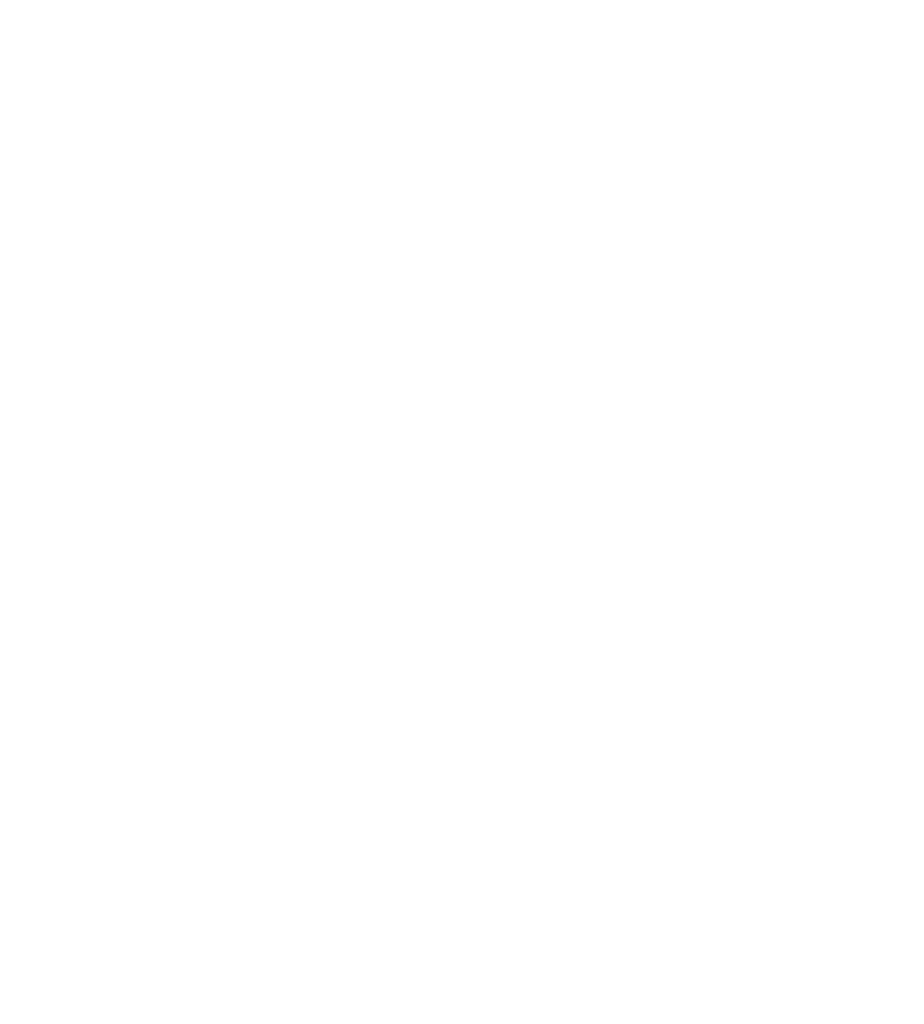
<source format=kicad_pcb>
(kicad_pcb
	(version 20240108)
	(generator "pcbnew")
	(generator_version "8.0")
	(general
		(thickness 1.6)
		(legacy_teardrops no)
	)
	(paper "A4")
	(title_block
		(title "Place Titel In Page Setup")
		(date "2024-09-26")
		(rev "0.0.1")
		(company "Ingenieurbüro für Elektrotechnik")
		(comment 1 "Dipl.-Ing. Jürgen Eggeling")
		(comment 2 "Author: Jürgen Eggeling")
	)
	(layers
		(0 "F.Cu" signal)
		(31 "B.Cu" signal)
		(32 "B.Adhes" user "B.Adhesive")
		(33 "F.Adhes" user "F.Adhesive")
		(34 "B.Paste" user)
		(35 "F.Paste" user)
		(36 "B.SilkS" user "B.Silkscreen")
		(37 "F.SilkS" user "F.Silkscreen")
		(38 "B.Mask" user)
		(39 "F.Mask" user)
		(40 "Dwgs.User" user "User.Drawings")
		(41 "Cmts.User" user "User.Comments")
		(42 "Eco1.User" user "User.Eco1")
		(43 "Eco2.User" user "User.Eco2")
		(44 "Edge.Cuts" user)
		(45 "Margin" user)
		(46 "B.CrtYd" user "B.Courtyard")
		(47 "F.CrtYd" user "F.Courtyard")
		(48 "B.Fab" user)
		(49 "F.Fab" user)
		(50 "User.1" user)
		(51 "User.2" user)
		(52 "User.3" user)
		(53 "User.4" user)
		(54 "User.5" user)
		(55 "User.6" user)
		(56 "User.7" user)
		(57 "User.8" user)
		(58 "User.9" user)
	)
	(setup
		(stackup
			(layer "F.SilkS"
				(type "Top Silk Screen")
			)
			(layer "F.Paste"
				(type "Top Solder Paste")
			)
			(layer "F.Mask"
				(type "Top Solder Mask")
				(thickness 0.01)
			)
			(layer "F.Cu"
				(type "copper")
				(thickness 0.035)
			)
			(layer "dielectric 1"
				(type "core")
				(thickness 1.51)
				(material "FR4")
				(epsilon_r 4.5)
				(loss_tangent 0.02)
			)
			(layer "B.Cu"
				(type "copper")
				(thickness 0.035)
			)
			(layer "B.Mask"
				(type "Bottom Solder Mask")
				(thickness 0.01)
			)
			(layer "B.Paste"
				(type "Bottom Solder Paste")
			)
			(layer "B.SilkS"
				(type "Bottom Silk Screen")
			)
			(copper_finish "HAL lead-free")
			(dielectric_constraints no)
		)
		(pad_to_mask_clearance 0)
		(allow_soldermask_bridges_in_footprints no)
		(pcbplotparams
			(layerselection 0x00010fc_ffffffff)
			(plot_on_all_layers_selection 0x0000000_00000000)
			(disableapertmacros no)
			(usegerberextensions no)
			(usegerberattributes yes)
			(usegerberadvancedattributes yes)
			(creategerberjobfile yes)
			(dashed_line_dash_ratio 12.000000)
			(dashed_line_gap_ratio 3.000000)
			(svgprecision 4)
			(plotframeref no)
			(viasonmask no)
			(mode 1)
			(useauxorigin no)
			(hpglpennumber 1)
			(hpglpenspeed 20)
			(hpglpendiameter 15.000000)
			(pdf_front_fp_property_popups yes)
			(pdf_back_fp_property_popups yes)
			(dxfpolygonmode yes)
			(dxfimperialunits yes)
			(dxfusepcbnewfont yes)
			(psnegative no)
			(psa4output no)
			(plotreference yes)
			(plotvalue yes)
			(plotfptext yes)
			(plotinvisibletext no)
			(sketchpadsonfab no)
			(subtractmaskfromsilk no)
			(outputformat 1)
			(mirror no)
			(drillshape 1)
			(scaleselection 1)
			(outputdirectory "")
		)
	)
	(net 0 "")
	(image
		(at 277.876 173.736)
		(layer "F.Cu")
		(data "/9j/4AAQSkZJRgABAQEBLAEsAAD/2wBDAAEBAQEBAQEBAQEBAQEBAQEBAQEBAQEBAQEBAQEBAQEB"
			"AQEBAQEBAQEBAQEBAQEBAQEBAQEBAQEBAQEBAQEBAQH/2wBDAQEBAQEBAQEBAQEBAQEBAQEBAQEB"
			"AQEBAQEBAQEBAQEBAQEBAQEBAQEBAQEBAQEBAQEBAQEBAQEBAQEBAQEBAQH/wAARCACaAIsDASIA"
			"AhEBAxEB/8QAHgAAAgMBAQEAAwAAAAAAAAAAAAsICQoHBgUCAwT/xABZEAABAwQBAQIHCggGDQ0B"
			"AAAFAwQGAQIHCAAJEhMKERQVN3i3FyE4OVZ2d5a11BYZGiJXdbO2GCNVl9XXJCU0NUFCU1hzlJXT"
			"1jEyM0VRVFlxeZGYsrTS/8QAGgEBAAMBAQEAAAAAAAAAAAAAAAcICQoGBf/EAEURAAAFAwIDAQgN"
			"DQEBAAAAAAECAwQFAAYHCBEJEiETIjE2UWF2lrUUFxk0NUFXc3Wxs7TwFRYYU1VWlJXS09TV1jLR"
			"/9oADAMBAAIRAxEAPwDOX08+nLn/AKpOVdw2kS2zjGv8d1mDl8qT+YZglM8QjDSILyOSpkSF74HV"
			"2kLZR9iEelCz4lVsyaj0rlqq0tSUrby7fHTgdpnBITMsfdVrV/dIhLZavGX0M1gzRIpdJ4gzRDvC"
			"tsnkbRR9SjUCsu1sFJuae/Ug7bpf43LuvBjicHCEeusZydGH82xsI04npPIUMFF14+Ul0HYL5bdy"
			"yMDTza+xyEfngKT8UzLt77Fxrh2m8SvtURtrTPJv7mXpuZaTxRTp96bZP1LUAXziuWr8j52keaqT"
			"6wpbEKQW0PafevKRusXuHTCpCrTu/PH4QsqL9vzWj2VKlnox0hd+918Jktrimbsf6k6ciHJFqvtF"
			"tnnMri/GplcKSvDmUIjZZUuaO0HFUnIq4y7YBYe4NMCYBvKVDwt+Mb843t0sG6e41iWTMZ9WbVLd"
			"BGUztSDKQLXLNUvO5Rj9qIYqXcTCQRFWi6QuFN1BrcRU29LtqvSxoUgHbFEKkHLC7vrsRqfZP6HX"
			"QpyFrOEKSbTvGuvLdtnB1jds7fQuF5utxtiCJtCeS2AbvmIwuPmY3OMYWkRpKlBc0JSsO+Ity8nS"
			"QKVr16dWsdPBzLepH+D8n/hSV2w9ySsi/C8t+C34GfhXcJ8k/A7t+aPLfIqUs8v7Hf8Ab/jPH2uK"
			"VHPpx9LzqFdTVhPpxhqbMMa4FxMqu3ypspnrLZ7HuFoS8aCbZA+FOTiKZw0YLjwN6Jcs3AgSLGNM"
			"Hwh7LyUcYGxLx50fb/p0R7WPBM2zTAutPo5tGXgpCLC3WGMKZ/lZjLcpeSM4LBuroDHm9SSMoHR6"
			"r90cMGavBwhtHBD58q9Sf3tBTi3UcIn2UfA3YwA1caFz5bG+20vKbigcfIunRysFG5MyFK3TiYjA"
			"6lX5AWGEn8Aysyo6bOmw6JhmZp+kiIBrEGVZ3Tj6dWseyXSC6sG4mU4/JyOb9ShgR1hkuKl5YMDF"
			"LPo0oTcVNR5nfaPP0ud20uttf23Uts/Mp+bxSvJdNvpP526iGtWetrVd7cX6u4g12mrCHZBk+fJr"
			"PxAQdQgEEGETrs+OquGFiaXmmQ2qhJ23vufKWWW0rRRPtRU361pppYSxiwx51J8DbspZCYyt4VIa"
			"t5dkMwZ47UjTgAizZzS9R9TyBzJrTbhcFZT+6EghWtf+hpzRh0FZRgqFdADrBSnZjF8gzTgkNliK"
			"uskYtisvfQGQTIHdGcaIJDBcwGqoPgLiwmqwe1dtlbL7kmqjeteytdSuWHerJek+VMtx2Q6Ha1Tv"
			"VjELPHIgNI8fZCywazEaMZIbyaXvjEyayY66du2IshGCMPCIgk1LWzV3HnpCyyipRa65SpJdRnRT"
			"ZDpwIasL5E2GtyDbtXr/AB7YOL2wuQTxrWMAJFY0vbgT/ny5nRYw3o7sosqO79lWtl3YVr73j+t0"
			"7en9sr1GMe7n5Ex7sWjAB+leFb82zJhMz8+dPJgFsCT05UNGbglXiCBSqEBfo0UK3tmnevmle97F"
			"q1bLU/Cmf73dHP8A9NDGP7ALz2fgu/wYuvX6ga/s+2Q4pVV3SI6Y+0fWAyJmHHOI9lx2KSWHYUCm"
			"xZ/kY9kN4yLsz5xUE3ZDrYzaRXTcoLpVWWvcp2JdzWlLK3X/AJvPx0l6XG6W43UEyn04nmY3OCs5"
			"YcGZOeTdzkaQTx6CZvMWnw8fLsGlY95Y9epFlTTYiAKoIXDSYi5Ei3XvbO2yilgXg0skl0Kwz1x5"
			"zj+TkYVPYH0y8hTyETARROpWLzCEiJxKoyfG99SqVr8SaEMXzS9S2+yxdBO+5NS22tl2p/pODsc9"
			"SDZzVrrpYkagAWSphq5k/UTqCwMTczZVDbHQpHHC0XmqI+i969yEkjopRJClVXLqyAEMR0VSTeNp"
			"BekpS3DXbDu3+2mf4vrHrnXJWUswzI4RCx+NhpeRZpK2h7HTkuaKly5hgHj0cDj2TooYPHH7AWLH"
			"oKLvHSVKUpdefLOgxNMOmaYz2U633Tf1/wBgk0m15bDMz2jlqb6IrOmdXKQ2dHyDEHbEytiirNNR"
			"B8GUaLN1XD8c/IM0G6j3v/gf5yKsOqFtQDcPgQ3J0s1Ny4LxE4N2JXXuD7LK2NjBhiK7y6iir60O"
			"PvMvGrOnlawAKaWpda1bO6XVb9K/RKm1nWxxvpP1EYhk60tOJrsdTYWNyI6ei2TXU8iWEMv5RvIF"
			"5JRSplQiQm8bGnXhixw5TkbNwo6TdvGRS1yqpUVtHJPNwPUs0/iFmWyk3Fht5tfo3bJI/LJQ9icv"
			"Hjs+RIXQ2DuL0HPncdPt0aPxtSYtg7XGu0avR7Va9Vumz86xmaJHh7ZXotqk50Vx1gqUdRQcHyyf"
			"QNPo1HX0hXxbLxuKIzMTTJ0zSvAGjRg4osFMK3ACN4+jwulVARaqitgjWJYZgHr2gME44aPWGPMK"
			"9XoViWBsST9cqRZwzHG5iEOi7R+UdVq6JPW4MMxRdP3NarvF7FHC1aqKXV43r241HwHvHgWca27K"
			"QRjP8XTtnYm9YL3VaFwJhp21AsuiBtG2r2Ny+Ou7/LApxhdasgpVZq5sdjHj9g7UqM24XST6em7m"
			"RkM47XYdOTedAIQPhdknZbB7GYoGMIXHSB480bOgmKsvwKJ+Ji8kJt24NPBF5RVFxak9Iqs2TJJt"
			"jn1qkPUZDY6kIfp8p5ClekwjPm1orWORDJ5NC44riIdtHmJnFXDAuRGysiXZ2tEKotypCRmH5JJO"
			"x69eqOl1aW3pPPBvJBLB3uTZV6w/VGydqXak2DK63nc2KpDTsHZ3pdzAZhJaqPBkijFW6Ng+9jSD"
			"DUW4+xFEWkMWatHKGh7B2EcWa24hx3gbCUPHQHE+KYqLhkEiIu92u1DARKPdIJqPSDh4TKEHSlVX"
			"xc0XevjJsq6ely756TeunSylJjNT+pxuL0zs05/l2n2RA2PTuUyr+NTV0ZgMHnqZMOAlZgmLbItZ"
			"uCOth9yDx64UvXYpN1l7b6JrX3p22209Hvd1ouoP1JcZRTEG3GWY3P4HCp21yTHhQXFOM4G4aS5n"
			"Hz8YbkFSkKi4Mk7RsDScy2qwdOVWV97ixxchVdugonW/kf0hzz55yj7cfc8ZxSrJdIOrv1EOnWNL"
			"RvU7ZKUQOCHXa5AtjE8Ii2R8ZOCTqiVHhZjBsig5OAjxt/RBtaSPRhoENk0WrZsQIOmqNiFOrbs9"
			"c7qL7+4YS11z9k6C0wdadEShzjbHuGsYQIQ/kYF26fCC7gqGjNJUiozcvXK1WI6QMRLxVXviA52v"
			"YmrZUJw4pU19K+ovun08JgYm2nufJbh0hJUmiEtCMkAkmg0xSYWubGFZbj2ZipDCJC6GpPn6QgoS"
			"Arlwlr99cFfj1HSyl87dkPCJ+qbtJgqd645Hy9jobirKoh2CyoIg2BsPxMhkMa/o1q/TOGmkRWIj"
			"3L1Zmi4ckIovHCCl9LkPKqMrqteUd8OKVaLoZ1kd/umpBJxjfULLEex9EciyxvNpYOM4uxvPVSEi"
			"ah2oJB4k9m0ZOvGSVo1k3Rq0ZrItbr7KrXJVVuuvr8Dfrq17y9TQZjERuFk6P5CYYffSslA0gmNM"
			"ewC4U7mrcA1kKjhWDxwCoUtdoxkPakmSuc2NKt77mtqVzheqlbPDilaBoJ4T/wBZTG8GheOYlsVC"
			"WMTx/E47CIswca+4MIrMI5FQ7MEEZqvn8CcPXijYawbIqOna6zlzfZVZwqorfffWvvBXU+3J1vIb"
			"ek8SZGCx95vUHkwHZRR3j+DHLZmMly80cHUBiZkC9TiFzpXIMpuTWitolVrR8la3vStZM6I1+8OK"
			"VMbU3fXZvSQXnkNrpNhkPH7LYrJ4Xy+iRh0Tll0hx6YbkWr8QzVk4gqoBcKoFXttpQLcxJJVVtuT"
			"dW3Jp1t6xoL1Zd7OmWlklpp5mFDHgvLSkcczkIahMJn4Uk/ilpVIIUaC5yBPNA5RBuaINHL8Smyc"
			"Eml7ZuRvdJjx9rWuHhxSvfQXKmSMXZGA5dxnOJRjzJ8VkFsqi87hJp/GJRHZBYsovYVCGQy7N8Nd"
			"W3qq29poslS5FVVvfS5BS9O69+PeFL9ZsEHaMnewePZVIRgvzQIyFKtdsGEZ6LadyohS5Ey1grBo"
			"8c1RU7DhyXGElSF1tVyVXjhd0s4zxcOKVYPp3k6c5s6q+rOZsnnbpRkrLnUHwhk7IclvHihN8inM"
			"92OjEqlp28WCYjAg24ufLECFw8ONHimdXFW49i0aJot03He4eCM/Z/gMbi+vO4U60vlYiXoHzOQo"
			"DjTGmUCkmjyQUwOVhrwNlAYUDMGC5IgON3FGCKZOxwFbtLFaNXTqy5MP05/jCNEfXK1g9tsH43i6"
			"uemm2u9msbHAepW3TvTw0am7Z5lGaDmRxQhN8YUjcjHEsdJFYs+FSUK0MHCAMgWUFFmNhUWLdgif"
			"lYsk7ZrqVnX21z9vJi3LS+o2lnWW3C6i+9V6qrNxgHAGqem9Ibi1RJxYzdFths5rwclA8RhhTmt7"
			"Ywg6UMHAxCjVlJhkabEmpTlrGvOmXXhswxA7tguqJCGeYlxjp5OB4HDUBkwwW/fFiD1gISPtIFFG"
			"RRwIDLjRhB0xBNmFxFo7tYuSjS1Eq9jnqH0hOr/odi5rh7VDdvp+YghadUFytAejzl5JZcTQTuSt"
			"OzqZl5QQlk2O1svvTtKycwTdNm91GTO9sxSRap2UQnBHWgHxgYznW+mr8ilSPlvnQwI1cqIHvO8I"
			"O1WPk4+phTyfycdezaq/n171dBVf3u98VFKTdZH9Ic8+eco+3H3PGc9nkf0hzz55yj7cfcYt66+D"
			"T9KzI+vuCshyjHGVHMmnmHMYzOROGuZpkzbLnZRCQZwus3aIuKItUFSD5xei2SpRNBO61KylLbac"
			"q1qe1eYr0lRtoyuUGd3vG16PpaPiAtKIj5ZUi8M3ZOXYvSSEzDlRTMm/QBEyR1xOYFAMUgFATfbh"
			"YB9PHXTZGblM2KmdTt1DpgIKGMUvKJE1Nx3KO+4B0729LceHGeP5Lp0j/wBGWW/575t944fkunSP"
			"/Rllv+e+bfeOU+92Y0lfsXM3odbn/b16D2vJ79ZHfxC3+N+Nh8m6w7hxnj+S6dI/9GWW/wCe+bfe"
			"OH5Lp0j/ANGWW/575t94492Y0lfsXM3odbn/AG9Pa8nv1kd/ELf4342HybrDuHGeP5Lp0j/0ZZb/"
			"AJ75t944vo6gmtQzWDbDY7G0S8mQxtENjs84/wAbDripEwZGwqB5JPAY0zOPyDNuo7INwKAxB088"
			"odqO3SThZVS666l99ndMeubDOrKdue3sYML5Zv7SiWc1KGu2Di4pudo+eCxRK0UYT8wdVYFgETkU"
			"SRKUndAcw9zXxZq2pGCSQVembGK4UMmQEFTqCBilAw8wGSTAA2HYBAR6/Ft1qEvDhw5cmvPUcOHD"
			"ilHDhw4pUyunP8YRoj65WsHttg/HMm7F3UHtx3F69OZLTlXLNZo3pNLd1L81J48pjvzGb8qrGK4O"
			"pWSVmf4S/g5RChX+0nmOpqqn9n0Y8TN9Of4wjRH1ytYPbbB+OLOojvAa0jxrix9jvBch2Yz3sPm+"
			"J66a9YOj8rCQFKa5OlwWTyZJSUT+RN3oeDw0FG4efLnpK9HvkGVrdqm5TaMnDssNUqAnfeFK/wDc"
			"+gZ/rHUK/wD4536EqdfKsYGVyM36Q9Jl/ZvnmkKW3JrGaf2wd+b/ADbU5b50/vV5D5Z5V/1h5X3H"
			"9j9zyF1/Xd2QikvJ6bT7pU7Bleqc3SqXBavYnm0OmmEZFjR+mgnHc/P9nVPI41DMPkSijgAWJkgB"
			"VxF5K0ujxlwk8ucqsJTQOJ9eaaRQVLMkZV0QwzMT/lxMniqKRSdTYPAmzkk8uCxr8LSIsmtISw4D"
			"5sSkZRu/dCnUi863hFahvIKUUpPJkf0hzz55yj7cfccn6dfBF1Y9XHB/syjHE2GR/SHPPnnKPtx9"
			"xyfp18EXVj1ccH+zKMcwn44vgXp786L+9U21Um4198yvzDX7RapHcOHK/Oodv9GOnvjeDZGlGOj2"
			"R2k4m98JbDABseDcMHFoEmd8vXXItHaayNUxl7fuU7Lb+2rbf2uzbWlcBrBsK7soXhBWDYcMrcN3"
			"XK6Oyg4ZBwyaKv3SbZd2dIjmRcs2SQlbNl1eZw5RIIJiUDCYSlGU3TpuybqunSgIt0SgZVQQMYCF"
			"EwFARAhTGHujAHQB7/iqwPhzNVg3wkrB+xWUY7h3HuGiDKYSm01eLXK5LjhNknSPgicjIUXYiRlp"
			"Batw4Q7sT7itO6VusVV/iU1KcsD/ABh8n/RqB/28Q+480qxnwUOJDlmBdXJaeB2RY1nLOIVYJrKG"
			"K4V37NbNGD1QSNH15EWO37CRb8i5S9mdQFUwHmSMFVKzJrr0zYEuhlZ2Tb6fQ0/IQTW5GrVnaN2z"
			"SR4l6/ko1uuZ3EQzxsmod3EP0xbnVKuQqRVDpgRVIT2pcU59aj4a2ynrcbUe1kzxh1+MPk/6NQP+"
			"3iH3HmX7b/pOwzbrMOQ8vG8wyeGPsg5TyZlFyFFRcUVajXmSpQ7k7sSg7dkmyy7YWs7uaN3KiVir"
			"hOyiiqad1a202J4XfCY1zaZ79ylOZhxZC25G3NaMNEwy7TJGO58zl80mTPHCR0YK5ZBVuUjcwHBR"
			"ciaZh3KQxjdKrhevFA0ZTLVinH5Ll1jorqHUA2Pr9S5SmTAoDurbxAHruAgAiPTvd6sYXDmo78nz"
			"xn/nITr6iAP6b4fk+eM/85CdfUQB/TfNov0XM0/uyz9IYD/Y/jYfJvHXukGkb5Q5X0Fvb/Q/jYfJ"
			"vlx4c0vZC6CsCiEBnEsF7AzQsTi8Pk0iHC3EMANG5J+ECvSTQeu6oauq2ReOGybdVxS2tUbFLlPF"
			"Xs+LmcSVRM5DC14SQtbGZKxBBzcim5buraIuKVuSu75qqqlWt1La+O2l/at/xqU5G99Y1vDG7iPb"
			"XdHJRy0oiuuyKk/YvwVSbHTTWMYzFw4KmJTqkACqCUTbiJQEAEan/DGoPFef2M7I4unnU60tt0yZ"
			"S6jmEmYUW7iQRXXakISYYsjrgdNuqInQKoUglADiUTF385w4cOeDqaqmV05/jCNEfXK1g9tsH43z"
			"6neguWN74nrongzbBzpvlrWvYJhn+DZdZ4YC5ydImGWOsgY881oxCRTaEhEb1Wk+cvPORFY0hZRn"
			"Vr5nvvdWPWagzpz/ABhGiPrlawe22D8b5dRLaif6zZP6bo2LzYBB4Nn3eIVhnNj6SM43eOIYzdYK"
			"zXNVhtxqRt1LIxfdJ4dG3VDQ10OIW2trmVryjZ44RWUqq9LogdWVHPL7Z1LwgaS2Z1JYiF4He5Ap"
			"04sK1er4mCzIxkEXDrhFc21jljVpMD5c1aRTD2G1FXlzVYmowSQapTngmhPVRjkUFBpf1qpHPJEz"
			"8u84ytXRvDkfUK+UEnjpp2hDHIjpq08hYrthtO6Xv8otZ0dX9lRa+y328A6l4KT9TLYfUUzkDXdj"
			"gbFmr+EsxQrILeWM20nOz/IUvmQKVx0jKnU7XhpIUIGABbpiJExseaYLOl1yRN63Xboo5ipr1tup"
			"A3ytn0RFtnmTiGxbZrZ+DwS5hiXX4mxSx9A9hMlwyANGRX3MXSphoxhoIGybmXTx+/MIt7CRAiQf"
			"OnD1dSsDuR/SHPPnnKPtx9xyfp18EXVj1ccH+zKMcTYZH9Ic8+eco+3H3HJ+nXwRdWPVxwf7Moxz"
			"Cfji+Benvzov71TbVSbjX3zK/MNftFqkdzN74Sz8F/AH09Lez2V80hc4XnnWfBOz0fDRXPeNgWTI"
			"9HjNZAFFnlCSbceZqycjqv0ajH7BWq1WLty38Sil6fYVur2O14rqYraWstQeCtQGMstXJHSstB2T"
			"NuZORjoMjM8q6RWh5KOKmyI/dsWZlQVepnMC7tEvZlOIGE3KU0jTbBWTinrBE6aarlMpCHV5gTKI"
			"KEPubkKY22xRDoUeohSp3pA/GLYO/wBHlz2O5C5tu5O0z0aND8XMXE71f1Pxrj7OIe5OkPlwwlJG"
			"z4ZYUWsFSWiKxmRPR1nl8WfGx6vlDZStyTtS1HsLXJ32+K/gRZ+/kMD9Zhf+853FcOviwaJ73wjc"
			"kte+ZrFwLLIZQnI9Czs1XzZFpXVIR6NrWW4SuNjG/nC77aAeOHTuNaPe0L2r+IlEeQPY+5uc7ie6"
			"ZM83vn+1pbH2Kr7yDCoYjt+PczVm2tNzkW2k0bvvtwvGLu2bI6Sb5Bq6ZulW5hA5EHjZQQ5VSiMR"
			"+HPobZDHelMKjmQM9W2BI3KpTZDg7gFfbJXKpxQSTNWorNBneLIIVYCXt9XClKJ0UssS8faUtpyA"
			"v4xnV75SSb6nmf8Adc1isjU9p0yVAIXVj7N2L70tpy4ctW87bV5wUxFLOWSooO0EnzJ4s3Oq2WAU"
			"liFOJkzgJTAAgNZpudJWp5mqKDvAOW2ywAUwpLWLcKagAYAEoiUzEBADAO4CIdQ696p1cOc4xVlW"
			"HZmiDacwV28ex929fMEV3zBwNcVcjlu4dW3NXNtqtttqnvW31p4r6e/b73Oj8mpg/ZSjJrIxzpB8"
			"wfIJOmbxqqRZs5brFA6S6CyYmIokoQQMQ5REpgEBAagyahZe3JeSgZ+New83DvHEdKxUk3VaP45+"
			"1UMk5ZvGqxSLN3KCpTJqoqFKdM5RKYAEBCudZg9EuUfo6m37tE+YHNl/Sg6/Uof9krzfHmD0S5R+"
			"jqbfu0T5gc2X9KDr9Sh/2SvKC61Phyw/oqa+9sa274RPgbmnzmtH1VMVH/hw4cpJWwVTK6c/xhGi"
			"Prlawe22D8dAbcabambtQuKYy29xLD8xwsHMkJbEYzMSBZg1bzVAIZDIERvmYwFduiVgIwba2t++"
			"Xsq2cuVKt63J2qJpf+nP8YRoj65WsHttg/GtvWmXyzDn3Tbzxi3W7Pm0aGuO+obLM/xxrjBHGQcj"
			"WwtHX/O0SVKtQ9jhkzQapm5QGZ3vShEextWeIIVc0XXQSUUr0f5PF0XP/D/w/wD7UyN/xvz9ka6d"
			"/RDx4KthEcxjqrHBkYIGxF4CzLvd3hSrU2QtkAx0g7yIo7akGR+pNuTZOq2uWJFN00XSRVRvSsqe"
			"gXUm2yjHUm2C29LdH/rEv8K5U1lwthyIY1R10uWOR6cY8lswOyaTPATmbpxNkwNDz41o1fiyjku6"
			"UZqpkGiCCSF6lMVdKd8MryrLmW7NFdtIS0y/sLspl4TEprhaXDZaAA5Uz/knIEfHSJi2YvWrYugE"
			"kY/y2xm9eM6rVuvZvHTa5JdRSsaWR/SHPPnnKPtx9xyfp18EXVj1ccH+zKMcTYZH9Ic8+eco+3H3"
			"HJ+nXwRdWPVxwf7MoxzCfji+Benvzov71TbVSbjX3zK/MNftFqkdw4cqI6w28+ZtD8MYtyBhUfBC"
			"JyZ5PUhxZKehCpwemJtihw1S9k3EyCPLIvPLBze2qyrldLuKqWdx2rrVLcHMS4vujNORbVxdZZY8"
			"10Xi/Vjocsq8FhHi5RZOn5/ZTwElxQJ7HaLbH7I+5+Uu3dbhKD96hHNF3rkTgg3KB1BIXnPsJikD"
			"lLuG47mD4w6Vbvw4vcv8LY21Tvvsrj/Eda2XXWVrTFpjxeO2taV8XjzfSvi8dPe8dKf+XL0dFesJ"
			"sFtZrtHMymQGOBz80clQpRq1iRcYjZYANORiV1GlZyc7Fb7EKXXXecFO3Wva7CXj7FNP7A4HWuTJ"
			"M2rb9tNMTGkEY9eTOD/IJmiINW6zVBQQVCCV3U7R2lyk5eocw79yG9cs36scTafrPbXxkFS4yQbq"
			"dZW8kMLChJu/yi/aSD1uBm4u2/Kh2MY651e0HlOBC8o8+4fe8JV+Cbgv1iGns1n/ABZJ46/9tf8A"
			"3rxlzukVc73wCLY4zTRIcAiMwTm4tWBWVBkrzCQUsBtTeOC10hQWY1ZGXd1UU2qKtXFqKlHFLLLk"
			"1KSvxEWlvyizz9eIn/V7zpJ0D8NXUtp004wGMMjIWIS6I64rrk3JYS6zSkeDWYllHrPkeDGNudTs"
			"Th2pOyDkPuXc3frP66OKppUl5dV60cZD7A6SBC9rZxSH5k0wKbcv5VN03Dp1617non+/odEvH+kD"
			"JH29XltXOAaz63Y/1SxUPw/jN1JXkVGljJpuvLCLIoZudnXflj21V2PFh21yNqvvIWWsbLrLPevv"
			"Ur+dzv8AzeLHkG+tqxbSt6TBEJCGt+LjXoIKdqiDlo0TRW7JXlL2ifOUeU/KXmDrsFc++drxhshZ"
			"myhfNvC6NBXbfFxz8QL1D2K7GPlJNw6ai5b86nYLCkoXtEu0PyG3LzDtvXOsweiXKP0dTb92ifMD"
			"my/pQdfqUP8Asleb48weiXKP0dTb92ifMDmy/pQdfqUP+yV5SvWp8OWH9FTX3tjWu/CJ8Dc0+c1o"
			"+qpio/8ADhw5SStgqmV05/jCNEfXK1g9tsH4543D3QxLpDAY3kbMADMMhAymXoQka0wvh6eZnkKJ"
			"dwFMHbHBOPY/EGSgwNRkDeJqGXjdIem+UZMblqOHrey9MP05/jCNEfXK1g9tsH4376q/VIwp0mtb"
			"2OwWZItNJ4rLJo2xljaCQlMc3eyvIJGPSCSDxxeRGHDcREY4mNjRNyYkjuwiqwbpU8gCmXt6LBZS"
			"ouv/AAhvQ8UxelCmPt6Rowa0cvyJF/opsgzYsGLNG9w7evXbiEJt2rRq3TUXcuV1E0UEU71Vb7bL"
			"brqf2Y/8Il6YmTYiJm8TyRkl1Hzfl/m9w6xBNGS6nm0m9EOu8auGdqyXZesHNlvbtp27LbVLfHbf"
			"bXmd0X1MtNepeSQm/WK6peP8S68qPkyUe6WuqQ7YZhj9dogv3rRptdsBGMcNpBmolbS1LzlFIUYb"
			"QFMgzZnI6ZG+UvgtNImCeqP0TY9iSER/X3MeEIthwEMXDQWPQnDE8jEXEjBZF6xdNBQRLGI61nZa"
			"VQIXOb6tE1Xj25y+WvcLOVHCqlJ4cj+kOefPOUfbj7jk/Tr4IurHq44P9mUY4mwyP6Q55885R9uP"
			"uOT9Ovgi6serjg/2ZRjmE/HF8C9PfnRf3qm2qk3GvvmV+Ya/aLVI7mb3wln4L+APp6W9nsr5pC5H"
			"vYnVXAG2MbBRDYTHTLI8cjRyskBjHpqThE2Bu5g6GVf2Lxc2DdrX1YvXLfunK6zfsq1voj3ltl9u"
			"LOlbLNv4L1BYxy1dLCYk7fsmccycmwt9Fk4mHKC0PJxxSMEZF/GMlFQWepHMDh+2ICRVBA4mApDS"
			"NOMFZOJesEDJkVcplIQ6omBMogoQ4iYSFOYA2KIdCj12+LrSXlx/dC/+mV/+93NovRZ+APj/AOee"
			"TP3wIc0VXeD29HS+6667SmL1uurW66vuoZ49+ta+Otfeyp4vfrX/AAc9OL6U+NsQs7IRq6LiWHcQ"
			"MblHYeDXkZtIKsShG6rs6885yIlISivnEkos77tUmqmj3nYRTRTpROnVxof41Wi1fMMkTIUne+GI"
			"L8xZoyV25GgY40A4kQlreBvCIhZU3eEv+UniIunTcVIpNj2DB12zxFUW6S+W3EZ03ZbypgWJtrGd"
			"tGve4UMk29LLQ8O6bIOk4xrB3S2cvjHl1Y1r2KK7xokcpXArCZwQSpGKBzEgXw5YL+L1nvy9iH+q"
			"mfuvKwuojPBfTld4zb5KTvmiOSxUzLtX0YXbjmYNpCVY/YRULLH1GdliatkgRWTWTuqkik1cXL3W"
			"U7Na7Q434qnD7y7eMVYGONTFn3VeE2R+eKg2UJfCDl4SLjncs/Mmq/tZo0KDaOYu3R+1cE3IiYpO"
			"ZQSkNhk84emsxg3O6eYHuZBumJAOqaVtMSlFQ5UybgW4DG7o5yl73fHrtsO3uOHOF66Z8ieyuMmG"
			"U4UleiCIFS4lJO8gNJ3UcBnXkjmvlYlw6Z3Uqp79LLVa32f8iltt3vc7py+0VKMJuNYzEU5I8jZN"
			"qi9Yu0ynKRw1cEBRFYhVSEUKVQhgMAHIUwAPUoD0qpty23N2fcEzatyx6sTcFvSTuImYxc6KizCR"
			"YrGbu2qp26iyBzorEMQxklVExEBEpzBsNc6zB6Jco/R1Nv3aJ8wObL+lB1+pQ/7JXm+PMHolyj9H"
			"U2/donzA5sv6UHX6lD/sleUJ1qfDlh/RU197Y1tnwifA3NPnNaPqqYqP/Dhw5SStgqmV05/jCNEf"
			"XK1g9tsH46z2Ezbq9gqKh5LtZlzAmHIQVkCQOPyDYSfY8x7FSUqUHEX6IcOVyOWECHkgUEMCz1Ie"
			"yXUI3DmRFzYjVs3c32JTOnP8YRoj65WsHttg/HWWwurGt22cVDwbZvB2MM8w6PSBKVgozlSHhpoE"
			"EyZEcRDpHR4821dtmpRMWWJj7HqVlq9rR+7Qpf3a19KqVEX8Yn0av8+npk//ACc1X/4350yP7n9M"
			"06IaFYrthoqZAOvKPICUfzrgAgIc9w6XbOvJHg2UrMlu5eouEHHcqXd26SXSU8StiltI4yjpZ9D+"
			"DkUw810u6fMPLqtEn6QuUY4w7HyKjFZRZFF6mxLN2jm9oqs2cJJOLUqoqKILWWX1uSvpb2+AdOzp"
			"i2RITbjLU3UtWD08v8yKQzHeP3cau8ZN7Ul5tcCGiw9TxF6v7Xnk6l3Yf0dWK+Je1W2ilJQ8j+kO"
			"efPOUfbj7jk/Tr4IurHq44P9mUY4mwyP6Q55885R9uPuarte/Ctdi8b4phOM5FhfXtBnjWHw+ARt"
			"0iBys8ekwcQjg6PtH5dRDIfk3nJwkOTUdeSoNW9yt6lyLdJOttluWnE90q5g1R21iOMxHFQ8o7tC"
			"cut9Nll51hBkRbyzCFbsjIHfHKVwY6jJwByJ7imBSiboYK9tZc5Hwiz879RQhXCSBE+zSOqIiQ6g"
			"m3AodAADB3+/8VML+HMH35XLmP8ARFgb6rZa/rA4flcuY/0RYG+q2Wv6wOY++5H60f3Ssz0/gP7t"
			"SB+ftu/r3P8ACq//AD8bD5N94PDmXbRrribC7qwSYzcNFsDRlCIy1OKqtaQLJb/yhW8OxL+Ud47y"
			"4Lvs8Vj61PsWpKW/m9rvPHWttJu/w9tnf8ngf+bPIP8AXfyZLd4CPEmuuFj7hgsXWO9iZRIy7J0b"
			"LVgthWSIqoiYwoOphFwnsokcvKqkQ3TcA2EBGp1+cRrSNjO7pyxb0yPIxN0W45TZzEcSxL6kStXC"
			"rZB2RMHsbbrti43buUT87ZyqQBNyiYDlMULrOY7/AArb+9Wu30V7Kf8A5sfctk/h7bO/5PA/82eQ"
			"f67+VhdRvE076lLKGNcqT6JQNSDRqfRoOtj/ABwZtscI5ARDJkHRJGR5ON3LqsbgbW5mm1WZWXUU"
			"cWr1vrcncldbQlwUeINgXVDjvKeRcYWmwtC3G15pSjqOyjYUq8TPNWNccEwBJi1mzLrAeRkmqagk"
			"AeyTMdU3cENUZXPxRdFEpCu2LTK0iZwsZsJCnx3kchRBN0iqfcxrV2DYhDCHjENg6jUFuif8A6Jf"
			"SBkj7fry2rkU9MtXWen2DROFGMyczxuLPSI7SROwaUeWWukD/wAuubVGIlDFidrWv8XarR7fVan5"
			"1U0/+byVnOz3G0PIW9YFnQcsgDaTibcio9+3BVFcEXbVokkumCzdRVBUCKFEOdJQ6ZttymEBAa5l"
			"tQF1wV9ZvyveVsPDSFu3PftzTcI+M2dMzO4yRlHDlm4M0fIt3jYVUVCHFFygiunvyqJkMAlDnWYP"
			"RLlH6Opt+7RPmBzZf0oOv1KH/ZK83x5g9EuUfo6m37tE+YHNl/Sg6/Uof9krymGtT4csP6KmvvbG"
			"tb+ET4G5p85rR9VTFR/4cOHKSVsFUyunP8YRoj65WsHttg/Gn3WgyyYw7sP0XJTI5SShuvqnUeBi"
			"suHrCioSNISk1i+ZAsRpTIom7YpJAalC0ndOUSbjzJck0XdEkVqMkLOKwenP8YRoj65WsHttg/HW"
			"mzWsOCdxcKzTXrZHHQTKOJJ6zSayCLG6OUfEu0XsdjDAYqOXZmI9Igr5JF+EkIN+wMCnqVjhk8Rv"
			"pd2lKjVth0s+nRuPPE82bb6x41y1Oo/C2cSpOpq+kjFcVCI69NnWg1ZcZIxA5uMFvDpwhc4XRpcl"
			"5a5vXcVSttonjH1ixF1EjONZAS6dCEzR0ZdZ/wBsq6tpxVWW1jdMQJ7UZlRi9wK+rQiosLUbp3qM"
			"nC7525coX2OHS6jhRW6ujp54PRjGTDqY4yZ1IerTlbWa1JqNV1Zmu47xbExyItr0a0x1L1BMLFy2"
			"RY/TQToPZhqSEcRYjkmKKBvyhik7uvPxXi3HmEMbwfEGJoiHgeM8bRgRDYNDgDe5sIjkaBM0mAsY"
			"yTvvVWvsQbo2d45dLOHjxeqrt65cO11l1FKQ8ZH9Ic8+eco+3H3PGc9nkf0hzz55yj7cfc8ZxSjh"
			"w4cUrVz4P/8AB7zd9Mrf9yI9y+/mUXpD73YG1fx9O8ZZScSxCTTzJjc6B8xx60qN8gpGRQvxvXtz"
			"9rRqr5UxXp3dU76d32L+1+d4qXZfjN9XP5UmH1cR/pXmn+EspY5g8V2bEzF6W7GyTKOXSdsXkk3R"
			"ct1DSLxQpFUjmAxDCmoQ4AIf+TAPernM1gabc93lqUyxc1q4jvuft+XnmbiMmIuAeu498gSDiW51"
			"WzhNMU1SFWSVSExREAOmcvfKO1hHDle/4zfVz+VJh9XEf6V4fjN9XP5UmH1cR/pXkqe3Rif5QrU/"
			"m7X+vy/X4hqtf6I+pz5C8l+i8h/a8v1+IasI4cr3/Gb6ufypMPq4j/SvD8Zvq5/Kkw+riP8ASvHt"
			"0Yn+UK1P5u1/r8v1+Iafoj6nPkLyX6LyH9ry/X4hqYeYPRLlH6Opt+7RPmBzZf0oOv1KH/ZK8145"
			"B6jutMkgU3jo0nK6kT8QkoUfRcAikhV6VDPWLWiyvnO7ukqrrp94p2buxZ47uzXxeKuQvZRRNXJz"
			"q9JSxSzzMIp2k77b7fHRJTx07Vta08dP8NPH73KSasrvte7pezVrYnoydSZRssk7UjHSbordRZyz"
			"OkRUUxHkMoUhzFAeogU3iGtg+GNivI+LrVyw0yLZVxWY5l7gtlxGIXDGuI1R8g1jpRNwq2KuUoqk"
			"RUVTIoYu4FMcoD1GuBcOHDlR61EqZXTn+MI0R9crWD22wfjmTdjXDOWzOOovDsC7kZP0pk4Oat5K"
			"WyJiqIw+Ym5OBSBmxakLID5nZePbCnBAmwOXvGtKPLXYRojbXuFluJm+nP8AGEaI+uVrB7bYPxvJ"
			"1cNFthuobrKP151+2+PaeXk5y0KZQlAACcNq5JxsnHJGLJYtKVjUzghtoAOFiggkaTbHrWpZiIUD"
			"Embti/WsopWaTYuT75tctktSunZ1ld5Oo1uKOcJspbE8UYr16Da/YDsVc3MlzOxmx6w8nBoRaMXS"
			"dpqRISoclDkoOXjJFGNmHY/v7rtf+nZ1cROHYKxz71h5M8zDYMcrztSJ4Qj8ojbcs9KP3qY4PIyZ"
			"2EPzbMSPcMhdhNzEgCjy5ncv5tQtvt8fINf+lF1adTcQhMGaudSjTvAGOAHdXtBGOemfCWrh67tS"
			"TRcl5CQOZVOO5VIiliKVTEokqhaSFFE7VXhVVSnarNeE6v8AWBERgYPm3VIxbLpO38t85yFnpHjg"
			"A3Id6Qdrsu7EtZCog08kHqtGN/d33d+o2uc3eK9a6lFKTc5H9Ic8+eco+3H3PGcuPneOsfXTeZXX"
			"QSG3XXSqQ3XXXRgJW666pd5Wt11asa1rWta1rWta+OtffrzyvucY8+QcM+q4P7jxSqmuHLZfc4x5"
			"8g4Z9Vwf3Hh7nGPPkHDPquD+48Uqprhy2X3OMefIOGfVcH9x4e5xjz5Bwz6rg/uPFKqa4ctl9zjH"
			"nyDhn1XB/ceHucY8+QcM+q4P7jxSqmuHLZfc4x58g4Z9Vwf3Hh7nGPPkHDPquD+48Uqprhy2X3OM"
			"efIOGfVcH9x4e5xjz5Bwz6rg/uPFKqa4ctl9zjHnyDhn1XB/ceHucY8+QcM+q4P7jxSoydOf4wjR"
			"H1ytYPbbB+OBt+9osj65ZW6cMbhRwACi2x+7orB+XVj44e7sc47d4NzROlmo8gQustAvqyOFR9W0"
			"s3vsXtQSXaUr3bpSlVnei+P4G13a07ctoTEW7lvtPr4u3cIRsMiugujluIqJLIqpsrVElUlLbb01"
			"LLrb7L7aXW1pdSlebUPCywYQ9o7r21OBxZpsjtaGXSblh7QigkvTEOWU6LJpPEVk7FaJqKWUUttp"
			"fSy++3tdm66lVKtjgG/LmV9TLYfS4kvixnirEWr+Es3RmdtzSlknNSzJcvmUfPACL9c+pHFxQplH"
			"WLli3HimxJJZ0vc9drpXI2WZfJ31yeoqKy1n+Ngc0xa6MwnZrZ7HcPtSxVi15YjCMcbBZKgkJa0f"
			"3RdVQjVnE46Ha3E3Czh0TuRufu3Dhy4VXUyUe5xjz5Bwz6rg/uPLn9ToVDW+v8BRQiUZRSs/CrsJ"
			"JARSadvamsjuu7NljS223tXXVur4qU8d1a1r79a14pX/2Q=="
		)
		(uuid "9bfa7bab-4c16-4444-897f-48cc31203046")
	)
)

</source>
